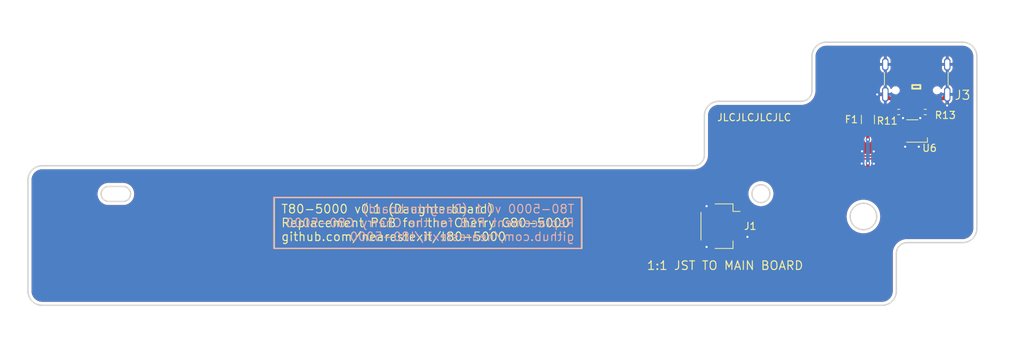
<source format=kicad_pcb>
(kicad_pcb (version 20240108) (generator "pcbnew") (generator_version "8.0")
  (layers (0 "F.Cu" signal) (31 "B.Cu" signal) (34 "B.Paste" user) (35 "F.Paste" user) (36 "B.SilkS" user "B.Silkscreen") (37 "F.SilkS" user "F.Silkscreen") (38 "B.Mask" user) (39 "F.Mask" user) (44 "Edge.Cuts" user))
  (net 0 "")
  (net 1 "D-")
  (net 2 "GND")
  (net 3 "D+")
  (net 4 "+5V")
  (net 7 "VBUS")
  (net 10 "Net-(J3-CC2)")
  (net 11 "Net-(J3-CC1)")
  (footprint "Fuse:Fuse_1206_3216Metric" (layer "F.Cu") (at 184 55.2 -90)
    (property "Reference" "F1" (at 0 2.3 180) (layer "F.SilkS"))
    (property "Value" "500mA")
    (fp_line (start -0.602064 0.91) (end 0.602064 0.91) (stroke (width 0.12)) (layer "F.SilkS"))
    (fp_line (start -0.602064 -0.91) (end 0.602064 -0.91) (stroke (width 0.12)) (layer "F.SilkS"))
    (pad "1" smd roundrect (at -1.4 0 270) (size 1.25 1.75) (layers "F.Cu" "F.Paste" "F.Mask") (roundrect_rratio 0.2) (net 7 "VBUS"))
    (pad "2" smd roundrect (at 1.4 0 270) (size 1.25 1.75) (layers "F.Cu" "F.Paste" "F.Mask") (roundrect_rratio 0.2) (net 4 "+5V"))
  )
  (footprint "Resistor_SMD:R_0402_1005Metric" (layer "F.Cu") (at 188.3 54.15 180)
    (property "Reference" "R11" (at 1.6 -1.25 180) (layer "F.SilkS"))
    (property "Value" "56k")
    (fp_line (start -0.153641 0.38) (end 0.153641 0.38) (stroke (width 0.12)) (layer "F.SilkS"))
    (fp_line (start -0.153641 -0.38) (end 0.153641 -0.38) (stroke (width 0.12)) (layer "F.SilkS"))
    (pad "1" smd roundrect (at -0.51 0 180) (size 0.54 0.64) (layers "F.Cu" "F.Paste" "F.Mask") (net 10 "Net-(J3-CC2)"))
    (pad "2" smd roundrect (at 0.51 0 180) (size 0.54 0.64) (layers "F.Cu" "F.Paste" "F.Mask") (net 7 "VBUS"))
  )
  (footprint "g80-5000:USB-C-SMD_HANBO_MC-121-L119" (layer "F.Cu") (at 190.75 49.8753 180)
    (property "Reference" "J3" (at -6.45 -1.9247 0) (layer "F.SilkS") (effects (font (size 1.27 1.27))))
    (property "Value" "USB_C_Receptacle_USB2.0_16P")
    (fp_line (start 4.445 1.253) (end 4.445 -0.5379) (stroke (width 0.12)) (layer "F.SilkS"))
    (fp_line (start -4.445 1.253) (end -4.445 -0.5379) (stroke (width 0.12)) (layer "F.SilkS"))
    (fp_rect (start -0.5716 -1.0159) (end 0.5714 -0.5079) (stroke (width 0.254)) (fill none) (layer "F.SilkS"))
    (pad "" np_thru_hole circle (at -2.8901 -1.2475 180) (size 0.65 0.65) (drill 0.65) (layers "F&B.Cu" "*.Mask"))
    (pad "" np_thru_hole circle (at 2.8899 -1.2475 180) (size 0.65 0.65) (drill 0.65) (layers "F&B.Cu" "*.Mask"))
    (pad "A1" smd rect (at -3.2 -2.3725 180) (size 0.6 1.15) (layers "F.Cu" "F.Paste" "F.Mask") (net 2 "GND"))
    (pad "A4" smd rect (at -2.3999 -2.3725 180) (size 0.6 1.15) (layers "F.Cu" "F.Paste" "F.Mask") (net 7 "VBUS"))
    (pad "A5" smd rect (at -1.2501 -2.3725 180) (size 0.3 1.15) (layers "F.Cu" "F.Paste" "F.Mask") (net 11 "Net-(J3-CC1)"))
    (pad "A6" smd rect (at -0.2501 -2.3725 180) (size 0.3 1.15) (layers "F.Cu" "F.Paste" "F.Mask") (net 3 "D+"))
    (pad "A7" smd rect (at 0.2501 -2.3725 180) (size 0.3 1.15) (layers "F.Cu" "F.Paste" "F.Mask") (net 1 "D-"))
    (pad "A8" smd rect (at 1.2501 -2.3725 180) (size 0.3 1.15) (layers "F.Cu" "F.Paste" "F.Mask"))
    (pad "A9" smd rect (at 2.3999 -2.3725 180) (size 0.6 1.15) (layers "F.Cu" "F.Paste" "F.Mask") (net 7 "VBUS"))
    (pad "A12" smd rect (at 3.2 -2.3725 180) (size 0.6 1.15) (layers "F.Cu" "F.Paste" "F.Mask") (net 2 "GND"))
    (pad "B1" smd rect (at 3.2 -2.3725 180) (size 0.6 1.15) (layers "F.Cu" "F.Paste" "F.Mask") (net 2 "GND"))
    (pad "B4" smd rect (at 2.3999 -2.3725 180) (size 0.6 1.15) (layers "F.Cu" "F.Paste" "F.Mask") (net 7 "VBUS"))
    (pad "B5" smd rect (at 1.7499 -2.3725 180) (size 0.3 1.15) (layers "F.Cu" "F.Paste" "F.Mask") (net 10 "Net-(J3-CC2)"))
    (pad "B6" smd rect (at 0.7499 -2.3725 180) (size 0.3 1.15) (layers "F.Cu" "F.Paste" "F.Mask") (net 3 "D+"))
    (pad "B7" smd rect (at -0.7499 -2.3725 180) (size 0.3 1.15) (layers "F.Cu" "F.Paste" "F.Mask") (net 1 "D-"))
    (pad "B8" smd rect (at -1.7499 -2.3725 180) (size 0.3 1.15) (layers "F.Cu" "F.Paste" "F.Mask"))
    (pad "B9" smd rect (at -2.3999 -2.3725 180) (size 0.6 1.15) (layers "F.Cu" "F.Paste" "F.Mask") (net 7 "VBUS"))
    (pad "B12" smd rect (at -3.2 -2.3725 180) (size 0.6 1.15) (layers "F.Cu" "F.Paste" "F.Mask") (net 2 "GND"))
    (pad "S1" thru_hole oval (at -4.3199 -1.8073 180) (size 0.9 2.1) (drill oval 0.6 1.7) (layers "*.Cu" "*.Mask") (net 2 "GND"))
    (pad "S1" thru_hole oval (at -4.3199 2.3725 180) (size 0.9 1.8) (drill oval 0.6 1.4) (layers "*.Cu" "*.Mask") (net 2 "GND"))
    (pad "S1" thru_hole oval (at 4.3199 -1.8073 180) (size 0.9 2.1) (drill oval 0.6 1.7) (layers "*.Cu" "*.Mask") (net 2 "GND"))
    (pad "S1" thru_hole oval (at 4.3199 2.3725 180) (size 0.9 1.8) (drill oval 0.6 1.4) (layers "*.Cu" "*.Mask") (net 2 "GND"))
  )
  (footprint "Connector_JST:JST_SH_SM04B-SRSS-TB_1x04-1MP_P1.00mm_Horizontal" (layer "F.Cu") (at 163.4 70.1 -90)
    (property "Reference" "J1" (at 0 -4.2 180) (layer "F.SilkS"))
    (property "Value" "Conn_01x04")
    (fp_line (start -1.94 2.685) (end 1.94 2.685) (stroke (width 0.12)) (layer "F.SilkS"))
    (fp_line (start -3.11 0.715) (end -3.11 -1.785) (stroke (width 0.12)) (layer "F.SilkS"))
    (fp_line (start 3.11 0.715) (end 3.11 -1.785) (stroke (width 0.12)) (layer "F.SilkS"))
    (fp_line (start -3.11 -1.785) (end -2.06 -1.785) (stroke (width 0.12)) (layer "F.SilkS"))
    (fp_line (start -2.06 -1.785) (end -2.06 -2.775) (stroke (width 0.12)) (layer "F.SilkS"))
    (fp_line (start 3.11 -1.785) (end 2.06 -1.785) (stroke (width 0.12)) (layer "F.SilkS"))
    (pad "1" smd roundrect (at -1.5 -2 270) (size 0.6 1.55) (layers "F.Cu" "F.Paste" "F.Mask") (net 4 "+5V"))
    (pad "2" smd roundrect (at -0.5 -2 270) (size 0.6 1.55) (layers "F.Cu" "F.Paste" "F.Mask") (net 1 "D-"))
    (pad "3" smd roundrect (at 0.5 -2 270) (size 0.6 1.55) (layers "F.Cu" "F.Paste" "F.Mask") (net 3 "D+"))
    (pad "4" smd roundrect (at 1.5 -2 270) (size 0.6 1.55) (layers "F.Cu" "F.Paste" "F.Mask") (net 2 "GND"))
    (pad "MP" smd roundrect (at -2.8 1.875 270) (size 1.2 1.8) (layers "F.Cu" "F.Paste" "F.Mask") (roundrect_rratio 0.208333) (net 2 "GND"))
    (pad "MP" smd roundrect (at 2.8 1.875 270) (size 1.2 1.8) (layers "F.Cu" "F.Paste" "F.Mask") (roundrect_rratio 0.208333) (net 2 "GND"))
  )
  (footprint "Resistor_SMD:R_0402_1005Metric" (layer "F.Cu") (at 192 54.15)
    (property "Reference" "R13" (at 2.8 0.45 0) (layer "F.SilkS"))
    (property "Value" "56k")
    (fp_line (start -0.153641 -0.38) (end 0.153641 -0.38) (stroke (width 0.12)) (layer "F.SilkS"))
    (fp_line (start -0.153641 0.38) (end 0.153641 0.38) (stroke (width 0.12)) (layer "F.SilkS"))
    (pad "1" smd roundrect (at -0.51 0) (size 0.54 0.64) (layers "F.Cu" "F.Paste" "F.Mask") (net 11 "Net-(J3-CC1)"))
    (pad "2" smd roundrect (at 0.51 0) (size 0.54 0.64) (layers "F.Cu" "F.Paste" "F.Mask") (net 7 "VBUS"))
  )
  (footprint "PCM_marbastlib-various:SOT-23-6-routable" (layer "F.Cu") (at 190.2 56.8 180)
    (property "Reference" "U6" (at -2.4 -2.4 180) (layer "F.SilkS"))
    (property "Value" "SRV05-4")
    (fp_line (start 0 1.56) (end 0.8 1.56) (stroke (width 0.12)) (layer "F.SilkS"))
    (fp_line (start 0 1.56) (end -0.8 1.56) (stroke (width 0.12)) (layer "F.SilkS"))
    (fp_line (start -2.1 -0.95) (end -2.1 -1.56) (stroke (width 0.12)) (layer "F.SilkS"))
    (fp_line (start -2.1 -1.56) (end 0.8 -1.56) (stroke (width 0.12)) (layer "F.SilkS"))
    (pad "1" smd roundrect (at -1.175 -0.95 180) (size 1.25 0.6) (layers "F.Cu" "F.Paste" "F.Mask") (net 1 "D-"))
    (pad "2" smd roundrect (at -1.175 0 180) (size 1.25 0.6) (layers "F.Cu" "F.Paste" "F.Mask") (net 2 "GND"))
    (pad "3" smd roundrect (at -1.175 0.95 180) (size 1.25 0.6) (layers "F.Cu" "F.Paste" "F.Mask"))
    (pad "4" smd roundrect (at 1.175 0.95 180) (size 1.25 0.6) (layers "F.Cu" "F.Paste" "F.Mask"))
    (pad "5" smd roundrect (at 1.175 0 180) (size 1.25 0.6) (layers "F.Cu" "F.Paste" "F.Mask") (net 4 "+5V"))
    (pad "6" smd roundrect (at 1.175 -0.95 180) (size 1.25 0.6) (layers "F.Cu" "F.Paste" "F.Mask") (net 3 "D+"))
  )
  (gr_line (start 176.2 46.4) (end 176.2 51.16) (stroke (width 0.2)) (layer "Edge.Cuts"))
  (gr_arc (start 161.2 60.16) (mid 160.760651 61.220682) (end 159.699969 61.660031) (stroke (width 0.2)) (layer "Edge.Cuts"))
  (gr_arc (start 187.97 79.16) (mid 187.384204 80.574235) (end 185.969969 81.160031) (stroke (width 0.2)) (layer "Edge.Cuts"))
  (gr_line (start 174.699969 52.660038) (end 163.194313 52.660038) (stroke (width 0.2)) (layer "Edge.Cuts"))
  (gr_line (start 80.119969 66.650038) (end 78.099969 66.650038) (stroke (width 0.2)) (layer "Edge.Cuts"))
  (gr_arc (start 187.97 73.9) (mid 188.410952 72.837743) (end 189.474551 72.400038) (stroke (width 0.2)) (layer "Edge.Cuts"))
  (gr_line (start 159.699969 61.660031) (end 159.699969 61.660038) (stroke (width 0.2)) (layer "Edge.Cuts"))
  (gr_line (start 161.2 60.16) (end 161.2 54.66) (stroke (width 0.2)) (layer "Edge.Cuts"))
  (gr_circle (center 169.08 65.560038) (end 170.33 65.560038) (stroke (width 0.2)) (fill none) (layer "Edge.Cuts"))
  (gr_line (start 178.205625 44.400038) (end 197.199869 44.400038) (stroke (width 0.2)) (layer "Edge.Cuts"))
  (gr_line (start 187.97 79.16) (end 187.97 73.9) (stroke (width 0.2)) (layer "Edge.Cuts"))
  (gr_line (start 66.85 79.160038) (end 66.85 63.66) (stroke (width 0.2)) (layer "Edge.Cuts"))
  (gr_arc (start 197.199869 44.400038) (mid 198.618093 44.989779) (end 199.2 46.411235) (stroke (width 0.2)) (layer "Edge.Cuts"))
  (gr_line (start 185.969969 81.160031) (end 185.969969 81.160038) (stroke (width 0.2)) (layer "Edge.Cuts"))
  (gr_line (start 78.112518 64.550038) (end 80.119969 64.550038) (stroke (width 0.2)) (layer "Edge.Cuts"))
  (gr_line (start 199.2 46.411235) (end 199.2 70.4) (stroke (width 0.2)) (layer "Edge.Cuts"))
  (gr_arc (start 199.2 70.4) (mid 198.614204 71.814235) (end 197.199969 72.400031) (stroke (width 0.2)) (layer "Edge.Cuts"))
  (gr_circle (center 183.38 68.750038) (end 185.23 68.750038) (stroke (width 0.2)) (fill none) (layer "Edge.Cuts"))
  (gr_line (start 197.199969 72.400031) (end 197.199969 72.400038) (stroke (width 0.2)) (layer "Edge.Cuts"))
  (gr_arc (start 78.099969 66.650038) (mid 77.04995 65.593725) (end 78.112518 64.550038) (stroke (width 0.2)) (layer "Edge.Cuts"))
  (gr_arc (start 66.85 63.66) (mid 67.437778 62.24381) (end 68.855625 61.660038) (stroke (width 0.2)) (layer "Edge.Cuts"))
  (gr_arc (start 80.119969 64.550038) (mid 81.169931 65.6) (end 80.119969 66.649962) (stroke (width 0.2)) (layer "Edge.Cuts"))
  (gr_arc (start 161.2 54.66) (mid 161.783779 53.247809) (end 163.194313 52.660038) (stroke (width 0.2)) (layer "Edge.Cuts"))
  (gr_line (start 80.119969 66.649962) (end 80.119969 66.650038) (stroke (width 0.2)) (layer "Edge.Cuts"))
  (gr_arc (start 68.849969 81.160038) (mid 67.435777 80.574248) (end 66.85 79.160038) (stroke (width 0.2)) (layer "Edge.Cuts"))
  (gr_line (start 68.855625 61.660038) (end 159.699969 61.660038) (stroke (width 0.2)) (layer "Edge.Cuts"))
  (gr_arc (start 176.2 46.4) (mid 176.787778 44.98381) (end 178.205625 44.400038) (stroke (width 0.2)) (layer "Edge.Cuts"))
  (gr_line (start 174.699969 52.660031) (end 174.699969 52.660038) (stroke (width 0.2)) (layer "Edge.Cuts"))
  (gr_line (start 68.849969 81.160038) (end 185.969969 81.160038) (stroke (width 0.2)) (layer "Edge.Cuts"))
  (gr_arc (start 176.2 51.16) (mid 175.760651 52.220682) (end 174.699969 52.660031) (stroke (width 0.2)) (layer "Edge.Cuts"))
  (gr_line (start 189.474551 72.400038) (end 197.199969 72.400038) (stroke (width 0.2)) (layer "Edge.Cuts"))
  (gr_text "JLCJLCJLCJLC" (at 162.9 55.5 0) (layer "F.SilkS") (effects (font (size 1 1)) (justify left bottom)))
  (gr_text "1:1 JST TO MAIN BOARD" (at 153.1 76.3 0) (layer "F.SilkS") (effects (font (size 1.2 1.2)) (justify left bottom)))
  (gr_text_box "T80-5000 v0.1 (Daughterboard)\nReplacement PCB for the Cherry G80-5000\ngithub.com/nearestexit/t80-5000" (start 101.15 66.1) (end 144.05 73.2) (layer "B.SilkS") (effects (font (size 1.2 1.2)) (justify left top mirror)) (border yes) (stroke (width 0.2)))
  (gr_text_box "T80-5000 v0.1 (Daughterboard)\nReplacement PCB for the Cherry G80-5000\ngithub.com/nearestexit/t80-5000" (start 101.2 66.1) (end 144.1 73.2) (layer "F.SilkS") (effects (font (size 1.2 1.2)) (justify left top)) (border yes) (stroke (width 0.2)))
  (segment (start 160.6 69.9) (end 165.4 69.9) (width 0.2) (layer "F.Cu") (net 1))
  (segment (start 158.8 66.6) (end 158.8 68.1) (width 0.2) (layer "F.Cu") (net 1))
  (segment (start 165.4 69.9) (end 165.4 69.6) (width 0.2) (layer "F.Cu") (net 1))
  (segment (start 187.463441 61.11) (end 187.273441 61.11) (width 0.2) (layer "F.Cu") (net 1))
  (segment (start 186.242247 60.7) (end 166.6 60.7) (width 0.2) (layer "F.Cu") (net 1))
  (segment (start 190.4999 53.25) (end 190.4999 52.2478) (width 0.2) (layer "F.Cu") (net 1))
  (segment (start 190.750001 57.75) (end 191.375 57.75) (width 0.2) (layer "F.Cu") (net 1))
  (segment (start 164.8 62.5) (end 164.8 62.6) (width 0.2) (layer "F.Cu") (net 1))
  (segment (start 190.4999 52.2478) (end 190.4999 53.2002) (width 0.2) (layer "F.Cu") (net 1))
  (segment (start 190.4001 53.3) (end 190.4001 57.192992) (width 0.2) (layer "F.Cu") (net 1))
  (segment (start 190.750001 57.75) (end 190.546546 57.953455) (width 0.2) (layer "F.Cu") (net 1))
  (segment (start 162.6 64.8) (end 160.6 64.8) (width 0.2) (layer "F.Cu") (net 1))
  (segment (start 190.4999 53.2002) (end 190.4001 53.3) (width 0.2) (layer "F.Cu") (net 1))
  (segment (start 190.546547 57.546546) (end 190.750001 57.75) (width 0.2) (layer "F.Cu") (net 1))
  (segment (start 190.4001 58.307008) (end 190.4001 59.3) (width 0.2) (layer "F.Cu") (net 1))
  (segment (start 186.863441 60.7) (end 186.673441 60.7) (width 0.2) (layer "F.Cu") (net 1))
  (segment (start 191.4999 52.2478) (end 191.4999 52.95) (width 0.2) (layer "F.Cu") (net 1))
  (segment (start 186.673441 60.7) (end 186.242247 60.7) (width 0.2) (layer "F.Cu") (net 1))
  (segment (start 189.0001 60.7) (end 187.873441 60.7) (width 0.2) (layer "F.Cu") (net 1))
  (segment (start 191.1999 53.25) (end 190.4999 53.25) (width 0.2) (layer "F.Cu") (net 1))
  (arc (start 190.4001 57.192992) (mid 190.43816 57.384334) (end 190.546547 57.546546) (width 0.2) (layer "F.Cu") (net 1))
  (arc (start 190.4001 59.3) (mid 189.990049 60.289949) (end 189.0001 60.7) (width 0.2) (layer "F.Cu") (net 1))
  (arc (start 187.873441 60.7) (mid 187.728484 60.760043) (end 187.668441 60.905) (width 0.2) (layer "F.Cu") (net 1))
  (arc (start 187.068441 60.905) (mid 187.008398 60.760043) (end 186.863441 60.7) (width 0.2) (layer "F.Cu") (net 1))
  (arc (start 187.668441 60.905) (mid 187.608398 61.049957) (end 187.463441 61.11) (width 0.2) (layer "F.Cu") (net 1))
  (arc (start 158.8 68.1) (mid 159.327208 69.372792) (end 160.6 69.9) (width 0.2) (layer "F.Cu") (net 1))
  (arc (start 166.6 60.7) (mid 165.327208 61.227208) (end 164.8 62.5) (width 0.2) (layer "F.Cu") (net 1))
  (arc (start 160.6 64.8) (mid 159.327208 65.327208) (end 158.8 66.6) (width 0.2) (layer "F.Cu") (net 1))
  (arc (start 191.4999 52.95) (mid 191.412032 53.162132) (end 191.1999 53.25) (width 0.2) (layer "F.Cu") (net 1))
  (arc (start 164.8 62.6) (mid 164.155635 64.155635) (end 162.6 64.8) (width 0.2) (layer "F.Cu") (net 1))
  (arc (start 187.273441 61.11) (mid 187.128484 61.049957) (end 187.068441 60.905) (width 0.2) (layer "F.Cu") (net 1))
  (arc (start 190.546546 57.953455) (mid 190.43816 58.115667) (end 190.4001 58.307008) (width 0.2) (layer "F.Cu") (net 1))
  (segment (start 195.0699 53.2301) (end 195.05 53.25) (width 0.5) (layer "F.Cu") (net 2))
  (segment (start 193.95 52.2478) (end 194.5047 52.2478) (width 0.5) (layer "F.Cu") (net 2))
  (segment (start 195.0699 51.6826) (end 195.0699 53.2301) (width 0.5) (layer "F.Cu") (net 2))
  (segment (start 194.5047 52.2478) (end 195.0699 51.6826) (width 0.5) (layer "F.Cu") (net 2))
  (segment (start 185.3 51.6826) (end 185.3 51.7) (width 0.5) (layer "F.Cu") (net 2))
  (segment (start 186.9953 52.2478) (end 186.4301 51.6826) (width 0.5) (layer "F.Cu") (net 2))
  (segment (start 165.4 71.6) (end 167.2 71.6) (width 0.5) (layer "F.Cu") (net 2))
  (segment (start 187.55 52.2478) (end 187.55 52.45) (width 0.4) (layer "F.Cu") (net 2))
  (segment (start 186.4301 51.6826) (end 185.3 51.6826) (width 0.5) (layer "F.Cu") (net 2))
  (segment (start 187.55 52.2478) (end 186.9953 52.2478) (width 0.5) (layer "F.Cu") (net 2))
  (via (at 195.05 53.25) (size 0.6) (drill 0.3) (layers "F.Cu" "B.Cu") (net 2))
  (via (at 167.2 71.6) (size 0.6) (drill 0.3) (layers "F.Cu" "B.Cu") (net 2))
  (via (at 183.137549 61.356217) (size 0.6) (drill 0.3) (layers "F.Cu" "B.Cu") (net 2))
  (via (at 184.815617 59.6594) (size 0.6) (drill 0.3) (layers "F.Cu" "B.Cu") (net 2))
  (via (at 188.9 55) (size 0.6) (drill 0.3) (layers "F.Cu" "B.Cu") (net 2))
  (via (at 161.5 67.3) (size 0.6) (drill 0.3) (layers "F.Cu" "B.Cu") (net 2))
  (via (at 191.3 55) (size 0.6) (drill 0.3) (layers "F.Cu" "B.Cu") (net 2))
  (via (at 189.2 59) (size 0.6) (drill 0.3) (layers "F.Cu" "B.Cu") (net 2))
  (via (at 191.1 59) (size 0.6) (drill 0.3) (layers "F.Cu" "B.Cu") (net 2))
  (via (at 185.3 51.7) (size 0.6) (drill 0.3) (layers "F.Cu" "B.Cu") (net 2))
  (via (at 184.824992 61.374966) (size 0.6) (drill 0.3) (layers "F.Cu" "B.Cu") (net 2))
  (via (at 183.193797 59.64065) (size 0.6) (drill 0.3) (layers "F.Cu" "B.Cu") (net 2))
  (via (at 161.5 73) (size 0.6) (drill 0.3) (layers "F.Cu" "B.Cu") (net 2))
  (segment (start 165.4 70.3) (end 165.4 70.6) (width 0.2) (layer "F.Cu") (net 3))
  (segment (start 188.999999 60.3) (end 166.6 60.3) (width 0.2) (layer "F.Cu") (net 3))
  (segment (start 190.0001 52.2478) (end 190.0001 51.65) (width 0.2) (layer "F.Cu") (net 3))
  (segment (start 189.853653 57.546346) (end 189.649999 57.75) (width 0.2) (layer "F.Cu") (net 3))
  (segment (start 189.853552 57.953553) (end 189.649999 57.75) (width 0.2) (layer "F.Cu") (net 3))
  (segment (start 160.6 70.3) (end 165.4 70.3) (width 0.2) (layer "F.Cu") (net 3))
  (segment (start 164.4 62.5) (end 164.4 62.6) (width 0.2) (layer "F.Cu") (net 3))
  (segment (start 191.0001 51.65) (end 191.0001 52.2478) (width 0.2) (layer "F.Cu") (net 3))
  (segment (start 158.4 66.6) (end 158.4 68.1) (width 0.2) (layer "F.Cu") (net 3))
  (segment (start 190.0001 52.2478) (end 190.0001 57.192792) (width 0.2) (layer "F.Cu") (net 3))
  (segment (start 189.649999 57.75) (end 189.025 57.75) (width 0.2) (layer "F.Cu") (net 3))
  (segment (start 189.999999 59.3) (end 189.999999 58.307107) (width 0.2) (layer "F.Cu") (net 3))
  (segment (start 162.6 64.4) (end 160.6 64.4) (width 0.2) (layer "F.Cu") (net 3))
  (segment (start 190.3001 51.35) (end 190.7001 51.35) (width 0.2) (layer "F.Cu") (net 3))
  (arc (start 189.853653 57.546346) (mid 189.96204 57.384134) (end 190.0001 57.192792) (width 0.2) (layer "F.Cu") (net 3))
  (arc (start 162.6 64.4) (mid 163.872792 63.872792) (end 164.4 62.6) (width 0.2) (layer "F.Cu") (net 3))
  (arc (start 166.6 60.3) (mid 165.044365 60.944365) (end 164.4 62.5) (width 0.2) (layer "F.Cu") (net 3))
  (arc (start 160.6 64.4) (mid 159.044365 65.044365) (end 158.4 66.6) (width 0.2) (layer "F.Cu") (net 3))
  (arc (start 190.7001 51.35) (mid 190.912232 51.437868) (end 191.0001 51.65) (width 0.2) (layer "F.Cu") (net 3))
  (arc (start 190.3001 51.35) (mid 190.087968 51.437868) (end 190.0001 51.65) (width 0.2) (layer "F.Cu") (net 3))
  (arc (start 189.999999 59.3) (mid 189.707106 60.007107) (end 188.999999 60.3) (width 0.2) (layer "F.Cu") (net 3))
  (arc (start 189.999999 58.307107) (mid 189.961939 58.115765) (end 189.853552 57.953553) (width 0.2) (layer "F.Cu") (net 3))
  (arc (start 158.4 68.1) (mid 159.044365 69.655635) (end 160.6 70.3) (width 0.2) (layer "F.Cu") (net 3))
  (segment (start 173 68.6) (end 165.4 68.6) (width 0.5) (layer "F.Cu") (net 4))
  (segment (start 184 61.8) (end 184 62.2) (width 0.5) (layer "F.Cu") (net 4))
  (segment (start 182 64.2) (end 177 64.2) (width 0.5) (layer "F.Cu") (net 4))
  (segment (start 184 58) (end 184 56.6) (width 0.5) (layer "F.Cu") (net 4))
  (segment (start 184 61.8) (end 184 61.3) (width 0.5) (layer "F.Cu") (net 4))
  (segment (start 184 56.6) (end 184 56.8) (width 0.5) (layer "F.Cu") (net 4))
  (segment (start 175 66.2) (end 175 66.6) (width 0.5) (layer "F.Cu") (net 4))
  (segment (start 184 56.8) (end 189.025 56.8) (width 0.5) (layer "F.Cu") (net 4))
  (via (at 184 58) (size 0.6) (drill 0.3) (layers "F.Cu" "B.Cu") (net 4))
  (via (at 184 61.3) (size 0.6) (drill 0.3) (layers "F.Cu" "B.Cu") (net 4))
  (arc (start 173 68.6) (mid 174.414214 68.014214) (end 175 66.6) (width 0.5) (layer "F.Cu") (net 4))
  (arc (start 175 66.2) (mid 175.585786 64.785786) (end 177 64.2) (width 0.5) (layer "F.Cu") (net 4))
  (arc (start 182 64.2) (mid 183.414214 63.614214) (end 184 62.2) (width 0.5) (layer "F.Cu") (net 4))
  (segment (start 184 61.3) (end 184 58) (width 0.5) (layer "B.Cu") (net 4))
  (segment (start 184 53.529554) (end 184 53.8) (width 0.4) (layer "F.Cu") (net 7))
  (segment (start 188.3501 53.529554) (end 187.79 54.089654) (width 0.4) (layer "F.Cu") (net 7))
  (segment (start 193.1499 51.657905) (end 193.1499 52.2478) (width 0.3) (layer "F.Cu") (net 7))
  (segment (start 188.3501 52.2478) (end 188.3501 53.529554) (width 0.4) (layer "F.Cu") (net 7))
  (segment (start 187.79 54.089654) (end 187.79 54.15) (width 0.4) (layer "F.Cu") (net 7))
  (segment (start 193.1499 52.2478) (end 193.1499 53.095886) (width 0.3) (layer "F.Cu") (net 7))
  (segment (start 188.3501 53.529554) (end 184 53.529554) (width 0.4) (layer "F.Cu") (net 7))
  (segment (start 192.857007 53.802993) (end 192.51 54.15) (width 0.3) (layer "F.Cu") (net 7))
  (segment (start 192.743467 51.251472) (end 193.1499 51.657905) (width 0.3) (layer "F.Cu") (net 7))
  (segment (start 188.3501 52.2478) (end 188.3501 51.658105) (width 0.3) (layer "F.Cu") (net 7))
  (segment (start 188.3501 51.658105) (end 188.756733 51.251472) (width 0.3) (layer "F.Cu") (net 7))
  (segment (start 189.605261 50.9) (end 191.894939 50.9) (width 0.3) (layer "F.Cu") (net 7))
  (arc (start 193.1499 53.095886) (mid 193.07378 53.478569) (end 192.857007 53.802993) (width 0.3) (layer "F.Cu") (net 7))
  (arc (start 188.756733 51.251472) (mid 189.146041 50.991345) (end 189.605261 50.9) (width 0.3) (layer "F.Cu") (net 7))
  (arc (start 191.894939 50.9) (mid 192.354159 50.991345) (end 192.743467 51.251472) (width 0.3) (layer "F.Cu") (net 7))
  (segment (start 189.0001 52.2478) (end 189.0001 53.9599) (width 0.2) (layer "F.Cu") (net 10))
  (segment (start 189.0001 53.9599) (end 188.81 54.15) (width 0.2) (layer "F.Cu") (net 10))
  (segment (start 192.0001 52.2478) (end 192.0001 53.225686) (width 0.2) (layer "F.Cu") (net 11))
  (segment (start 191.707207 53.932793) (end 191.49 54.15) (width 0.2) (layer "F.Cu") (net 11))
  (arc (start 191.707207 53.932793) (mid 191.92398 53.60837) (end 192.0001 53.225686) (width 0.2) (layer "F.Cu") (net 11))
  (zone (net 2) (net_name "GND") (layers "F&B.Cu") (connect_pads (clearance 0.2)) (min_thickness 0.2) (fill yes (thermal_gap 0.3) (thermal_bridge_width 0.4))
    (polygon (pts (xy 201.95 87.7) (xy 62.95 87.7) (xy 63.05 40) (xy 202.05 40)))
  )
)
</source>
